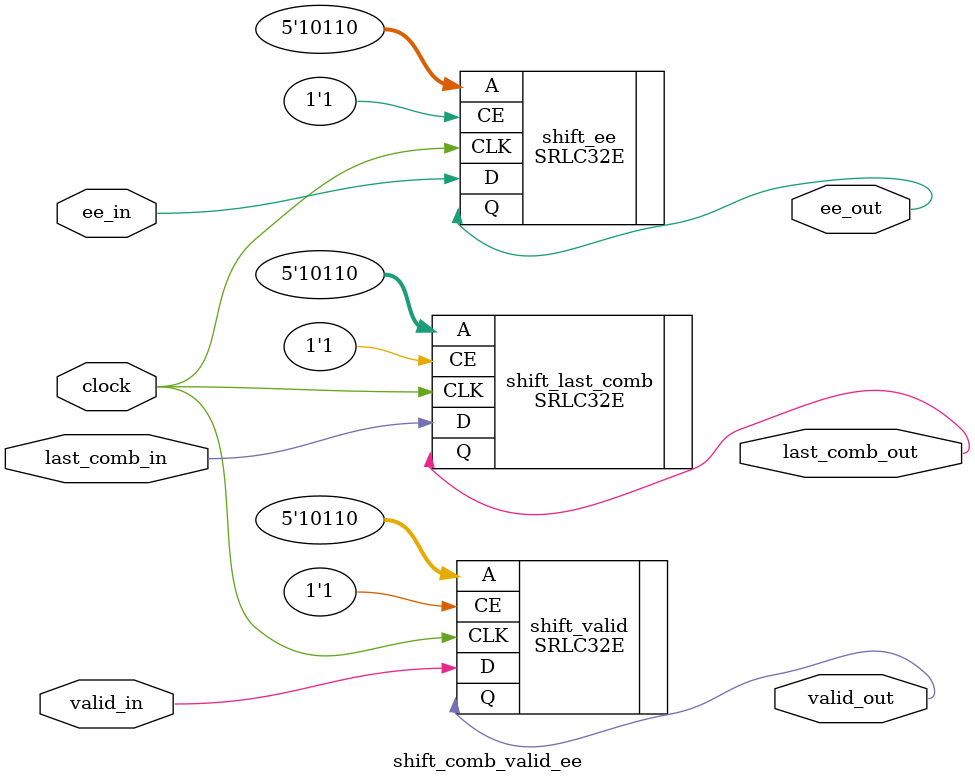
<source format=v>
`timescale 1ns / 1ps
module shift_comb_valid_ee(
    input clock,
    input valid_in,
    input ee_in,
	 input last_comb_in,
    output valid_out,
    output ee_out,
	 output last_comb_out
    );

SRLC32E #(
      .INIT(32'h00000000) // Initial Value of Shift Register
   ) shift_valid (
      .Q(valid_out),     // SRL data output
      //.Q31(Q31), // SRL cascade output pin
      .A(5'b10110),     // 5-bit shift depth select input - 24 best
      .CE(1'b1),   // Clock enable input
      .CLK(clock), // Clock input
      .D(valid_in)      // SRL data input
);

SRLC32E #(
      .INIT(32'h00000000) // Initial Value of Shift Register
   ) shift_ee (
      .Q(ee_out),     // SRL data output
      //.Q31(Q31), // SRL cascade output pin
      .A(5'b10110),     // 5-bit shift depth select input - 24 best
      .CE(1'b1),   // Clock enable input
      .CLK(clock), // Clock input
      .D(ee_in)      // SRL data input
);

SRLC32E #(
      .INIT(32'h00000000) // Initial Value of Shift Register
   ) shift_last_comb (
      .Q(last_comb_out),     // SRL data output
      //.Q31(Q31), // SRL cascade output pin
      .A(5'b10110),     // 5-bit shift depth select input - 24 best
      .CE(1'b1),   // Clock enable input
      .CLK(clock), // Clock input
      .D(last_comb_in)      // SRL data input
);

endmodule

</source>
